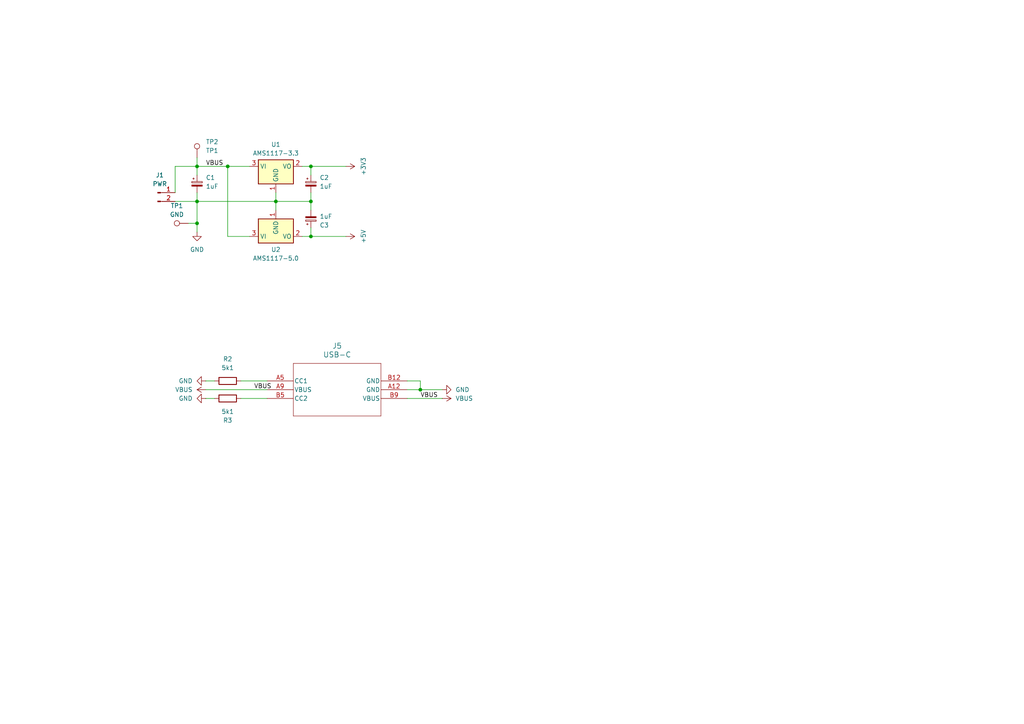
<source format=kicad_sch>
(kicad_sch (version 20231120) (generator "eeschema") (generator_version "8.0")
  (paper "A4")
  (title_block (title "ESP32-WROOM-32D Automation Board") (date "2024-01-15"))
  (lib_symbols
    (symbol "Alexander_Library_Symbols:USB-C RCP USB2.0 6POS (B)" (pin_names (offset 0.254))
      (property "Reference" "J" (at 20.32 10.16 0))
      (property "Value" "USB-C" (at 20.32 7.62 0))
      (symbol "USB-C RCP USB2.0 6POS (B)_0_1"
        (polyline (pts (xy 7.62 -10.16) (xy 33.02 -10.16)) (stroke (width 0.127)))
        (polyline (pts (xy 7.62 5.08) (xy 7.62 -10.16)) (stroke (width 0.127)))
        (polyline (pts (xy 33.02 -10.16) (xy 33.02 5.08)) (stroke (width 0.127)))
        (polyline (pts (xy 33.02 5.08) (xy 7.62 5.08)) (stroke (width 0.127)))
        (pin power_out line (at 40.64 -2.54 180) (length 7.62) (name "GND") (number "A12"))
        (pin bidirectional line (at 0 0 0) (length 7.62) (name "CC1") (number "A5"))
        (pin power_in line (at 0 -2.54 0) (length 7.62) (name "VBUS") (number "A9"))
        (pin power_out line (at 40.64 0 180) (length 7.62) (name "GND") (number "B12"))
        (pin bidirectional line (at 0 -5.08 0) (length 7.62) (name "CC2") (number "B5"))
        (pin power_in line (at 40.64 -5.08 180) (length 7.62) (name "VBUS") (number "B9"))
      )
    )
    (symbol "Connector:Conn_01x02_Pin" (pin_names (offset 1.016) hide)
      (property "Reference" "J" (at 0 2.54 0))
      (property "Value" "Conn_01x02_Pin" (at 0 -5.08 0))
      (symbol "Conn_01x02_Pin_1_1"
        (polyline (pts (xy 1.27 -2.54) (xy 0.8636 -2.54)) (stroke (width 0.1524)))
        (polyline (pts (xy 1.27 0) (xy 0.8636 0)) (stroke (width 0.1524)))
        (rectangle (start 0.8636 -2.413) (end 0 -2.667) (stroke (width 0.1524)) (fill (type outline)))
        (rectangle (start 0.8636 0.127) (end 0 -0.127) (stroke (width 0.1524)) (fill (type outline)))
        (pin passive line (at 5.08 0 180) (length 3.81) (name "Pin_1") (number "1"))
        (pin passive line (at 5.08 -2.54 180) (length 3.81) (name "Pin_2") (number "2"))
      )
    )
    (symbol "Connector:TestPoint" (pin_numbers hide) (pin_names (offset 0.762) hide)
      (property "Reference" "TP" (at 0 6.858 0))
      (property "Value" "TestPoint" (at 0 5.08 0))
      (symbol "TestPoint_0_1"
        (circle (center 0 3.302) (radius 0.762))
      )
      (symbol "TestPoint_1_1"
        (pin passive line (at 0 0 90) (length 2.54) (name "1") (number "1"))
      )
    )
    (symbol "Device:C_Polarized_Small" (pin_numbers hide) (pin_names (offset 0.254) hide)
      (property "Reference" "C" (at 0.254 1.778 0))
      (property "Value" "C_Polarized_Small" (at 0.254 -2.032 0))
      (symbol "C_Polarized_Small_0_1"
        (rectangle (start -1.524 -0.3048) (end 1.524 -0.6858) (fill (type outline)))
        (rectangle (start -1.524 0.6858) (end 1.524 0.3048))
        (polyline (pts (xy -1.27 1.524) (xy -0.762 1.524)))
        (polyline (pts (xy -1.016 1.27) (xy -1.016 1.778)))
      )
      (symbol "C_Polarized_Small_1_1"
        (pin passive line (at 0 2.54 270) (length 1.8542) (name "~") (number "1"))
        (pin passive line (at 0 -2.54 90) (length 1.8542) (name "~") (number "2"))
      )
    )
    (symbol "Device:R" (pin_numbers hide) (pin_names (offset 0))
      (property "Reference" "R" (at 2.032 0 90))
      (property "Value" "R" (at 0 0 90))
      (symbol "R_0_1"
        (rectangle (start -1.016 -2.54) (end 1.016 2.54) (stroke (width 0.254)))
      )
      (symbol "R_1_1"
        (pin passive line (at 0 3.81 270) (length 1.27) (name "~") (number "1"))
        (pin passive line (at 0 -3.81 90) (length 1.27) (name "~") (number "2"))
      )
    )
    (symbol "GND_3" (power) (pin_numbers hide) (pin_names (offset 0) hide)
      (property "Value" "GND" (at 0 -3.81 0))
      (symbol "GND_3_0_1"
        (polyline (pts (xy 0 0) (xy 0 -1.27) (xy 1.27 -1.27) (xy 0 -2.54) (xy -1.27 -1.27) (xy 0 -1.27)))
      )
      (symbol "GND_3_1_1"
        (pin power_in line (at 0 0 270) (length 0) (name "~") (number "1"))
      )
    )
    (symbol "GND_4" (power) (pin_numbers hide) (pin_names (offset 0) hide)
      (property "Value" "GND" (at 0 -3.81 0))
      (symbol "GND_4_0_1"
        (polyline (pts (xy 0 0) (xy 0 -1.27) (xy 1.27 -1.27) (xy 0 -2.54) (xy -1.27 -1.27) (xy 0 -1.27)))
      )
      (symbol "GND_4_1_1"
        (pin power_in line (at 0 0 270) (length 0) (name "~") (number "1"))
      )
    )
    (symbol "GND_5" (power) (pin_numbers hide) (pin_names (offset 0) hide)
      (property "Value" "GND" (at 0 -3.81 0))
      (symbol "GND_5_0_1"
        (polyline (pts (xy 0 0) (xy 0 -1.27) (xy 1.27 -1.27) (xy 0 -2.54) (xy -1.27 -1.27) (xy 0 -1.27)))
      )
      (symbol "GND_5_1_1"
        (pin power_in line (at 0 0 270) (length 0) (name "~") (number "1"))
      )
    )
    (symbol "Regulator_Linear:AMS1117-3.3"
      (property "Reference" "U" (at -3.81 3.175 0))
      (property "Value" "AMS1117-3.3" (at 0 3.175 0))
      (symbol "AMS1117-3.3_0_1"
        (rectangle (start -5.08 -5.08) (end 5.08 1.905) (stroke (width 0.254)) (fill (type background)))
      )
      (symbol "AMS1117-3.3_1_1"
        (pin power_in line (at 0 -7.62 90) (length 2.54) (name "GND") (number "1"))
        (pin power_out line (at 7.62 0 180) (length 2.54) (name "VO") (number "2"))
        (pin power_in line (at -7.62 0 0) (length 2.54) (name "VI") (number "3"))
      )
    )
    (symbol "Regulator_Linear:AMS1117-5.0"
      (property "Reference" "U" (at -3.81 3.175 0))
      (property "Value" "AMS1117-5.0" (at 0 3.175 0))
      (symbol "AMS1117-5.0_0_1"
        (rectangle (start -5.08 -5.08) (end 5.08 1.905) (stroke (width 0.254)) (fill (type background)))
      )
      (symbol "AMS1117-5.0_1_1"
        (pin power_in line (at 0 -7.62 90) (length 2.54) (name "GND") (number "1"))
        (pin power_out line (at 7.62 0 180) (length 2.54) (name "VO") (number "2"))
        (pin power_in line (at -7.62 0 0) (length 2.54) (name "VI") (number "3"))
      )
    )
    (symbol "power:+3V3" (power) (pin_names (offset 0))
      (property "Value" "+3V3" (at 0 3.556 0))
      (symbol "+3V3_0_1"
        (polyline (pts (xy -0.762 1.27) (xy 0 2.54)))
        (polyline (pts (xy 0 0) (xy 0 2.54)))
        (polyline (pts (xy 0 2.54) (xy 0.762 1.27)))
      )
      (symbol "+3V3_1_1"
        (pin power_in line (at 0 0 90) (length 0) hide (name "+3V3") (number "1"))
      )
    )
    (symbol "power:+5V" (power) (pin_names (offset 0))
      (property "Value" "+5V" (at 0 3.556 0))
      (symbol "+5V_0_1"
        (polyline (pts (xy -0.762 1.27) (xy 0 2.54)))
        (polyline (pts (xy 0 0) (xy 0 2.54)))
        (polyline (pts (xy 0 2.54) (xy 0.762 1.27)))
      )
      (symbol "+5V_1_1"
        (pin power_in line (at 0 0 90) (length 0) hide (name "+5V") (number "1"))
      )
    )
    (symbol "power:GND" (power) (pin_names (offset 0))
      (property "Value" "GND" (at 0 -3.81 0))
      (symbol "GND_0_1"
        (polyline (pts (xy 0 0) (xy 0 -1.27) (xy 1.27 -1.27) (xy 0 -2.54) (xy -1.27 -1.27) (xy 0 -1.27)))
      )
      (symbol "GND_1_1"
        (pin power_in line (at 0 0 270) (length 0) hide (name "GND") (number "1"))
      )
    )
    (symbol "power:VBUS" (power) (pin_numbers hide) (pin_names (offset 0) hide)
      (property "Value" "VBUS" (at 0 3.556 0))
      (symbol "VBUS_0_1"
        (polyline (pts (xy -0.762 1.27) (xy 0 2.54)))
        (polyline (pts (xy 0 0) (xy 0 2.54)))
        (polyline (pts (xy 0 2.54) (xy 0.762 1.27)))
      )
      (symbol "VBUS_1_1"
        (pin power_in line (at 0 0 90) (length 0) (name "~") (number "1"))
      )
    )
  )
  (junction (at 80.01 58.42))
  (junction (at 66.04 48.26))
  (junction (at 90.17 68.58))
  (junction (at 121.92 113.03))
  (junction (at 57.15 58.42))
  (junction (at 90.17 58.42))
  (junction (at 57.15 64.77))
  (junction (at 90.17 48.26))
  (junction (at 57.15 48.26))
  (wire (pts (xy 121.92 113.03) (xy 128.27 113.03)))
  (wire (pts (xy 90.17 55.88) (xy 90.17 58.42)))
  (wire (pts (xy 57.15 58.42) (xy 80.01 58.42)))
  (wire (pts (xy 121.92 110.49) (xy 121.92 113.03)))
  (wire (pts (xy 66.04 48.26) (xy 72.39 48.26)))
  (wire (pts (xy 118.11 110.49) (xy 121.92 110.49)))
  (wire (pts (xy 57.15 48.26) (xy 66.04 48.26)))
  (wire (pts (xy 57.15 45.72) (xy 57.15 48.26)))
  (wire (pts (xy 57.15 58.42) (xy 57.15 64.77)))
  (wire (pts (xy 62.23 115.57) (xy 59.69 115.57)))
  (wire (pts (xy 59.69 113.03) (xy 77.47 113.03)))
  (wire (pts (xy 50.8 48.26) (xy 57.15 48.26)))
  (wire (pts (xy 57.15 48.26) (xy 57.15 50.8)))
  (wire (pts (xy 118.11 115.57) (xy 128.27 115.57)))
  (wire (pts (xy 90.17 48.26) (xy 100.33 48.26)))
  (wire (pts (xy 50.8 48.26) (xy 50.8 55.88)))
  (wire (pts (xy 57.15 64.77) (xy 57.15 67.31)))
  (wire (pts (xy 80.01 55.88) (xy 80.01 58.42)))
  (wire (pts (xy 90.17 50.8) (xy 90.17 48.26)))
  (wire (pts (xy 66.04 48.26) (xy 66.04 68.58)))
  (wire (pts (xy 69.85 115.57) (xy 77.47 115.57)))
  (wire (pts (xy 80.01 60.96) (xy 80.01 58.42)))
  (wire (pts (xy 59.69 110.49) (xy 62.23 110.49)))
  (wire (pts (xy 80.01 58.42) (xy 90.17 58.42)))
  (wire (pts (xy 90.17 66.04) (xy 90.17 68.58)))
  (wire (pts (xy 50.8 58.42) (xy 57.15 58.42)))
  (wire (pts (xy 87.63 48.26) (xy 90.17 48.26)))
  (wire (pts (xy 69.85 110.49) (xy 77.47 110.49)))
  (wire (pts (xy 87.63 68.58) (xy 90.17 68.58)))
  (wire (pts (xy 72.39 68.58) (xy 66.04 68.58)))
  (wire (pts (xy 54.61 64.77) (xy 57.15 64.77)))
  (wire (pts (xy 118.11 113.03) (xy 121.92 113.03)))
  (wire (pts (xy 90.17 68.58) (xy 100.33 68.58)))
  (wire (pts (xy 57.15 55.88) (xy 57.15 58.42)))
  (wire (pts (xy 90.17 58.42) (xy 90.17 60.96)))
  (label "VBUS" (at 121.92 115.57 0))
  (label "VBUS" (at 59.69 48.26 0))
  (label "VBUS" (at 73.66 113.03 0))
  (symbol (lib_name "GND_5") (lib_id "power:GND") (at 128.27 113.03 90) (unit 1)
    (property "Reference" "#PWR019" (effects (hide yes)))
    (property "Value" "GND" (at 132.08 113.0299 90) (effects (justify right)))
    (property "Description" "Power symbol creates a global label with name \"GND\" , ground" (effects (hide yes)))
  )
  (symbol (lib_id "power:+3V3") (at 100.33 48.26 270) (unit 1)
    (property "Reference" "#PWR07" (effects (hide yes)))
    (property "Value" "+3V3" (at 105.41 48.26 0))
  )
  (symbol (lib_id "Device:C_Polarized_Small") (at 90.17 63.5 0) (mirror x) (unit 1)
    (property "Reference" "C3" (at 92.71 65.3161 0) (effects (justify left)))
    (property "Value" "1uF" (at 92.71 62.7761 0) (effects (justify left)))
    (property "Footprint" "Capacitor_THT:CP_Radial_D4.0mm_P2.00mm" (effects (hide yes)))
  )
  (symbol (lib_id "power:VBUS") (at 59.69 113.03 90) (unit 1)
    (property "Reference" "#PWR05" (effects (hide yes)))
    (property "Value" "VBUS" (at 55.88 113.0299 90) (effects (justify left)))
    (property "Description" "Power symbol creates a global label with name \"VBUS\"" (effects (hide yes)))
  )
  (symbol (lib_id "Device:R") (at 66.04 110.49 270) (unit 1)
    (property "Reference" "R2" (at 66.04 104.14 90))
    (property "Value" "5k1" (at 66.04 106.68 90))
    (property "Footprint" "Resistor_SMD:R_1206_3216Metric_Pad1.30x1.75mm_HandSolder" (effects (hide yes)))
    (property "Description" "Resistor" (effects (hide yes)))
  )
  (symbol (lib_id "power:GND") (at 57.15 67.31 0) (unit 1)
    (property "Reference" "#PWR03" (effects (hide yes)))
    (property "Value" "GND" (at 57.15 72.39 0))
  )
  (symbol (lib_name "GND_3") (lib_id "power:GND") (at 59.69 115.57 270) (unit 1)
    (property "Reference" "#PWR06" (effects (hide yes)))
    (property "Value" "GND" (at 55.88 115.5701 90) (effects (justify right)))
    (property "Description" "Power symbol creates a global label with name \"GND\" , ground" (effects (hide yes)))
  )
  (symbol (lib_name "GND_4") (lib_id "power:GND") (at 59.69 110.49 270) (unit 1)
    (property "Reference" "#PWR04" (effects (hide yes)))
    (property "Value" "GND" (at 55.88 110.4899 90) (effects (justify right)))
    (property "Description" "Power symbol creates a global label with name \"GND\" , ground" (effects (hide yes)))
  )
  (symbol (lib_id "Device:C_Polarized_Small") (at 90.17 53.34 0) (unit 1)
    (property "Reference" "C2" (at 92.71 51.5239 0) (effects (justify left)))
    (property "Value" "1uF" (at 92.71 54.0639 0) (effects (justify left)))
    (property "Footprint" "Capacitor_THT:CP_Radial_D4.0mm_P2.00mm" (effects (hide yes)))
  )
  (symbol (lib_id "power:VBUS") (at 128.27 115.57 270) (unit 1)
    (property "Reference" "#PWR020" (effects (hide yes)))
    (property "Value" "VBUS" (at 132.08 115.5699 90) (effects (justify left)))
    (property "Description" "Power symbol creates a global label with name \"VBUS\"" (effects (hide yes)))
  )
  (symbol (lib_id "Connector:Conn_01x02_Pin") (at 45.72 55.88 0) (unit 1)
    (property "Reference" "J1" (at 46.355 50.8 0))
    (property "Value" "PWR" (at 46.355 53.34 0))
    (property "Footprint" "Connector_PinHeader_2.54mm:PinHeader_1x02_P2.54mm_Vertical" (effects (hide yes)))
  )
  (symbol (lib_id "Connector:TestPoint") (at 54.61 64.77 90) (unit 1)
    (property "Reference" "TP1" (at 51.308 59.69 90))
    (property "Value" "GND" (at 51.308 62.23 90))
    (property "Footprint" "Alexander Footprints Library:TestPoint_D2.5mm" (effects (hide yes)))
  )
  (symbol (lib_id "Device:C_Polarized_Small") (at 57.15 53.34 0) (unit 1)
    (property "Reference" "C1" (at 59.69 51.5239 0) (effects (justify left)))
    (property "Value" "1uF" (at 59.69 54.0639 0) (effects (justify left)))
    (property "Footprint" "Capacitor_THT:CP_Radial_D4.0mm_P2.00mm" (effects (hide yes)))
  )
  (symbol (lib_id "power:+5V") (at 100.33 68.58 270) (unit 1)
    (property "Reference" "#PWR08" (effects (hide yes)))
    (property "Value" "+5V" (at 105.41 68.58 0))
  )
  (symbol (lib_id "Regulator_Linear:AMS1117-5.0") (at 80.01 68.58 0) (mirror x) (unit 1)
    (property "Reference" "U2" (at 80.01 72.39 0))
    (property "Value" "AMS1117-5.0" (at 80.01 74.93 0))
    (property "Footprint" "Package_TO_SOT_SMD:SOT-223-3_TabPin2" (effects (hide yes)))
    (property "Datasheet" "http://www.advanced-monolithic.com/pdf/ds1117.pdf" (effects (hide yes)))
    (property "Description" "1A Low Dropout regulator, positive, 5.0V fixed output, SOT-223" (effects (hide yes)))
  )
  (symbol (lib_id "Connector:TestPoint") (at 57.15 45.72 0) (unit 1)
    (property "Reference" "TP2" (at 59.69 41.148 0) (effects (justify left)))
    (property "Value" "TP1" (at 59.69 43.688 0) (effects (justify left)))
    (property "Footprint" "Alexander Footprints Library:TestPoint_D2.5mm" (effects (hide yes)))
  )
  (symbol (lib_id "Device:R") (at 66.04 115.57 270) (unit 1)
    (property "Reference" "R3" (at 66.04 121.92 90))
    (property "Value" "5k1" (at 66.04 119.38 90))
    (property "Footprint" "Resistor_SMD:R_1206_3216Metric_Pad1.30x1.75mm_HandSolder" (effects (hide yes)))
    (property "Description" "Resistor" (effects (hide yes)))
  )
  (symbol (lib_id "Regulator_Linear:AMS1117-3.3") (at 80.01 48.26 0) (unit 1)
    (property "Reference" "U1" (at 80.01 41.91 0))
    (property "Value" "AMS1117-3.3" (at 80.01 44.45 0))
    (property "Footprint" "Package_TO_SOT_SMD:SOT-223-3_TabPin2" (effects (hide yes)))
    (property "Datasheet" "http://www.advanced-monolithic.com/pdf/ds1117.pdf" (effects (hide yes)))
    (property "Description" "1A Low Dropout regulator, positive, 3.3V fixed output, SOT-223" (effects (hide yes)))
  )
  (symbol (lib_id "Alexander_Library_Symbols:USB-C RCP USB2.0 6POS (B)") (at 77.47 110.49 0) (unit 1)
    (property "Reference" "J5" (at 97.79 100.33 0) (effects (font (size 1.524 1.524))))
    (property "Value" "USB-C" (at 97.79 102.87 0) (effects (font (size 1.524 1.524))))
    (property "Footprint" "Alexander Footprint Library:USB-C MOLEX 2171750001" (effects (hide yes)))
    (property "Datasheet" "2171750001" (effects (hide yes)))
  )
)
</source>
